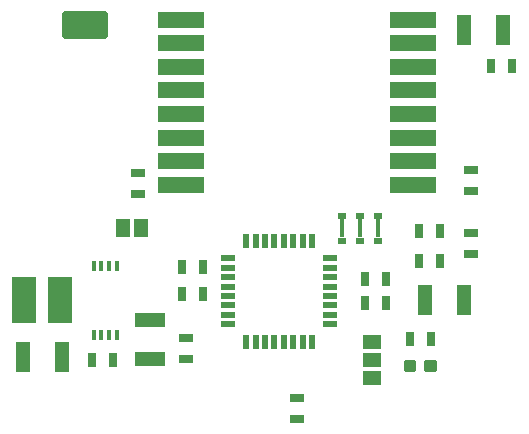
<source format=gtp>
G75*
%MOIN*%
%OFA0B0*%
%FSLAX25Y25*%
%IPPOS*%
%LPD*%
%AMOC8*
5,1,8,0,0,1.08239X$1,22.5*
%
%ADD10R,0.15748X0.05512*%
%ADD11R,0.04724X0.09843*%
%ADD12R,0.09843X0.04724*%
%ADD13R,0.07874X0.15748*%
%ADD14R,0.01575X0.03543*%
%ADD15R,0.03150X0.04724*%
%ADD16R,0.04724X0.03150*%
%ADD17R,0.04600X0.06300*%
%ADD18R,0.01575X0.06299*%
%ADD19R,0.03150X0.01969*%
%ADD20C,0.02362*%
%ADD21C,0.01181*%
%ADD22R,0.06300X0.04600*%
%ADD23R,0.05000X0.02200*%
%ADD24R,0.02200X0.05000*%
D10*
X0064020Y0102241D03*
X0064020Y0110115D03*
X0064020Y0117989D03*
X0064020Y0125863D03*
X0064020Y0133737D03*
X0064020Y0141611D03*
X0064020Y0149485D03*
X0064020Y0157359D03*
X0141580Y0157359D03*
X0141580Y0149485D03*
X0141580Y0141611D03*
X0141580Y0133737D03*
X0141580Y0125863D03*
X0141580Y0117989D03*
X0141580Y0110115D03*
X0141580Y0102241D03*
D11*
X0145304Y0063800D03*
X0158296Y0063800D03*
X0158304Y0153800D03*
X0171296Y0153800D03*
X0024296Y0044800D03*
X0011304Y0044800D03*
D12*
X0053800Y0044304D03*
X0053800Y0057296D03*
D13*
X0023706Y0063800D03*
X0011894Y0063800D03*
D14*
X0034961Y0052383D03*
X0037520Y0052383D03*
X0040080Y0052383D03*
X0042639Y0052383D03*
X0042639Y0075217D03*
X0040080Y0075217D03*
X0037520Y0075217D03*
X0034961Y0075217D03*
D15*
X0034257Y0043800D03*
X0041343Y0043800D03*
X0064257Y0065800D03*
X0071343Y0065800D03*
X0071343Y0074800D03*
X0064257Y0074800D03*
X0125257Y0070800D03*
X0132343Y0070800D03*
X0132343Y0062800D03*
X0125257Y0062800D03*
X0140257Y0050800D03*
X0147343Y0050800D03*
X0150343Y0076800D03*
X0143257Y0076800D03*
X0143257Y0086800D03*
X0150343Y0086800D03*
X0167257Y0141800D03*
X0174343Y0141800D03*
D16*
X0160800Y0107343D03*
X0160800Y0100257D03*
X0160800Y0086343D03*
X0160800Y0079257D03*
X0102800Y0031343D03*
X0102800Y0024257D03*
X0065800Y0044257D03*
X0065800Y0051343D03*
X0049800Y0099257D03*
X0049800Y0106343D03*
D17*
X0050800Y0087800D03*
X0044800Y0087800D03*
D18*
X0117894Y0087800D03*
X0123800Y0087800D03*
X0129706Y0087800D03*
D19*
X0129706Y0091934D03*
X0123800Y0091934D03*
X0117894Y0091934D03*
X0117894Y0083666D03*
X0123800Y0083666D03*
X0129706Y0083666D03*
D20*
X0038296Y0152257D02*
X0025304Y0152257D01*
X0025304Y0159343D01*
X0038296Y0159343D01*
X0038296Y0152257D01*
X0038296Y0154618D02*
X0025304Y0154618D01*
X0025304Y0156979D02*
X0038296Y0156979D01*
X0038296Y0159340D02*
X0025304Y0159340D01*
D21*
X0138969Y0043178D02*
X0138969Y0040422D01*
X0138969Y0043178D02*
X0141725Y0043178D01*
X0141725Y0040422D01*
X0138969Y0040422D01*
X0138969Y0041602D02*
X0141725Y0041602D01*
X0141725Y0042782D02*
X0138969Y0042782D01*
X0145875Y0043178D02*
X0145875Y0040422D01*
X0145875Y0043178D02*
X0148631Y0043178D01*
X0148631Y0040422D01*
X0145875Y0040422D01*
X0145875Y0041602D02*
X0148631Y0041602D01*
X0148631Y0042782D02*
X0145875Y0042782D01*
D22*
X0127800Y0043800D03*
X0127800Y0037800D03*
X0127800Y0049800D03*
D23*
X0113700Y0055776D03*
X0113700Y0058926D03*
X0113700Y0062076D03*
X0113700Y0065225D03*
X0113700Y0068375D03*
X0113700Y0071524D03*
X0113700Y0074674D03*
X0113700Y0077824D03*
X0079900Y0077824D03*
X0079900Y0074674D03*
X0079900Y0071524D03*
X0079900Y0068375D03*
X0079900Y0065225D03*
X0079900Y0062076D03*
X0079900Y0058926D03*
X0079900Y0055776D03*
D24*
X0085776Y0049900D03*
X0088926Y0049900D03*
X0092076Y0049900D03*
X0095225Y0049900D03*
X0098375Y0049900D03*
X0101524Y0049900D03*
X0104674Y0049900D03*
X0107824Y0049900D03*
X0107824Y0083700D03*
X0104674Y0083700D03*
X0101524Y0083700D03*
X0098375Y0083700D03*
X0095225Y0083700D03*
X0092076Y0083700D03*
X0088926Y0083700D03*
X0085776Y0083700D03*
M02*

</source>
